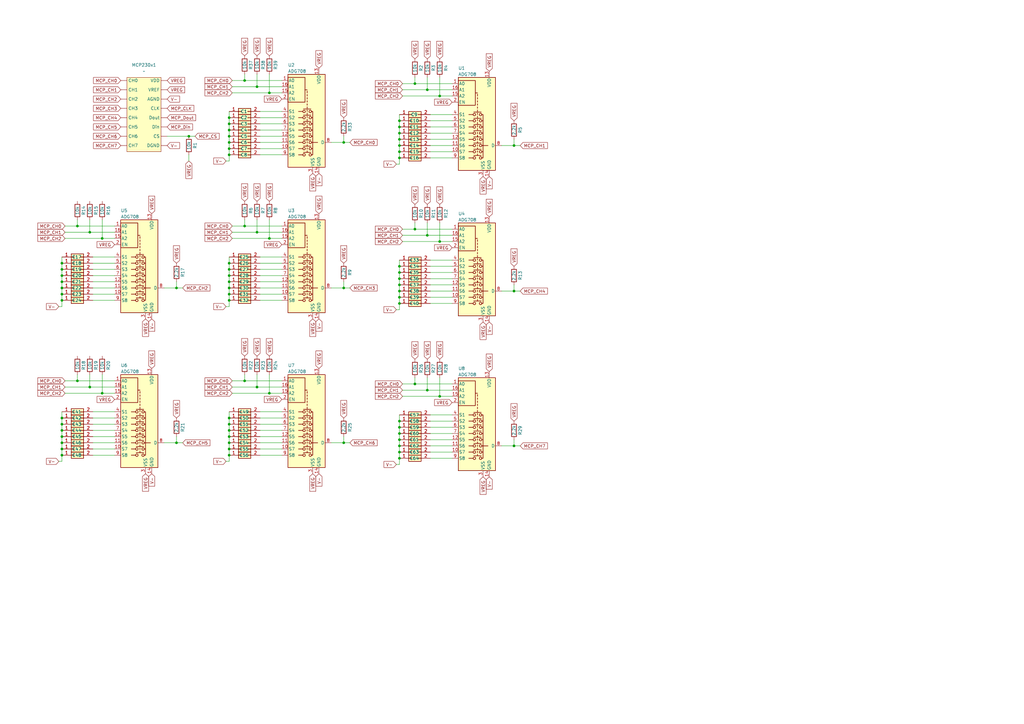
<source format=kicad_sch>
(kicad_sch (version 20250114) (generator "eeschema") (generator_version "9.0")
  (paper "A3")
  (junction (at 72.39 181.61))
  (junction (at 180.34 162.56))
  (junction (at 180.34 39.37))
  (junction (at 163.83 62.23))
  (junction (at 31.75 156.21))
  (junction (at 163.83 180.34))
  (junction (at 25.4 118.11))
  (junction (at 25.4 113.03))
  (junction (at 41.91 97.79))
  (junction (at 93.98 184.15))
  (junction (at 93.98 113.03))
  (junction (at 93.98 53.34))
  (junction (at 25.4 120.65))
  (junction (at 163.83 49.53))
  (junction (at 163.83 59.69))
  (junction (at 163.83 114.3))
  (junction (at 163.83 187.96))
  (junction (at 93.98 123.19))
  (junction (at 93.98 179.07))
  (junction (at 170.18 93.98))
  (junction (at 93.98 58.42))
  (junction (at 31.75 92.71))
  (junction (at 105.41 35.56))
  (junction (at 163.83 172.72))
  (junction (at 163.83 177.8))
  (junction (at 163.83 124.46))
  (junction (at 163.83 52.07))
  (junction (at 105.41 158.75))
  (junction (at 36.83 95.25))
  (junction (at 93.98 60.96))
  (junction (at 170.18 157.48))
  (junction (at 175.26 96.52))
  (junction (at 93.98 50.8))
  (junction (at 180.34 99.06))
  (junction (at 93.98 120.65))
  (junction (at 93.98 173.99))
  (junction (at 25.4 171.45))
  (junction (at 25.4 176.53))
  (junction (at 25.4 179.07))
  (junction (at 163.83 175.26))
  (junction (at 25.4 184.15))
  (junction (at 93.98 110.49))
  (junction (at 163.83 185.42))
  (junction (at 25.4 115.57))
  (junction (at 163.83 121.92))
  (junction (at 163.83 54.61))
  (junction (at 36.83 158.75))
  (junction (at 110.49 161.29))
  (junction (at 163.83 109.22))
  (junction (at 140.97 181.61))
  (junction (at 77.47 55.88))
  (junction (at 93.98 181.61))
  (junction (at 41.91 161.29))
  (junction (at 140.97 118.11))
  (junction (at 175.26 36.83))
  (junction (at 100.33 33.02))
  (junction (at 105.41 95.25))
  (junction (at 25.4 173.99))
  (junction (at 93.98 55.88))
  (junction (at 72.39 118.11))
  (junction (at 110.49 97.79))
  (junction (at 93.98 48.26))
  (junction (at 170.18 34.29))
  (junction (at 210.82 59.69))
  (junction (at 100.33 156.21))
  (junction (at 210.82 119.38))
  (junction (at 163.83 111.76))
  (junction (at 175.26 160.02))
  (junction (at 163.83 57.15))
  (junction (at 163.83 182.88))
  (junction (at 100.33 92.71))
  (junction (at 210.82 182.88))
  (junction (at 25.4 110.49))
  (junction (at 93.98 107.95))
  (junction (at 140.97 58.42))
  (junction (at 93.98 118.11))
  (junction (at 25.4 186.69))
  (junction (at 163.83 119.38))
  (junction (at 93.98 115.57))
  (junction (at 93.98 176.53))
  (junction (at 25.4 181.61))
  (junction (at 93.98 63.5))
  (junction (at 25.4 107.95))
  (junction (at 93.98 186.69))
  (junction (at 25.4 123.19))
  (junction (at 163.83 64.77))
  (junction (at 163.83 116.84))
  (junction (at 93.98 171.45))
  (junction (at 110.49 38.1))
  (wire (pts (xy 185.42 59.69) (xy 176.53 59.69)))
  (wire (pts (xy 93.98 53.34) (xy 93.98 55.88)))
  (wire (pts (xy 106.68 110.49) (xy 115.57 110.49)))
  (wire (pts (xy 95.25 92.71) (xy 100.33 92.71)))
  (wire (pts (xy 176.53 116.84) (xy 185.42 116.84)))
  (wire (pts (xy 176.53 62.23) (xy 185.42 62.23)))
  (wire (pts (xy 25.4 181.61) (xy 25.4 184.15)))
  (wire (pts (xy 46.99 123.19) (xy 38.1 123.19)))
  (wire (pts (xy 72.39 118.11) (xy 67.31 118.11)))
  (wire (pts (xy 163.83 175.26) (xy 163.83 177.8)))
  (wire (pts (xy 175.26 31.75) (xy 175.26 36.83)))
  (wire (pts (xy 163.83 116.84) (xy 163.83 119.38)))
  (wire (pts (xy 176.53 185.42) (xy 185.42 185.42)))
  (wire (pts (xy 170.18 154.94) (xy 170.18 157.48)))
  (wire (pts (xy 41.91 153.67) (xy 41.91 161.29)))
  (wire (pts (xy 165.1 157.48) (xy 170.18 157.48)))
  (wire (pts (xy 106.68 60.96) (xy 115.57 60.96)))
  (wire (pts (xy 210.82 180.34) (xy 210.82 182.88)))
  (wire (pts (xy 93.98 110.49) (xy 93.98 113.03)))
  (wire (pts (xy 175.26 36.83) (xy 185.42 36.83)))
  (wire (pts (xy 31.75 90.17) (xy 31.75 92.71)))
  (wire (pts (xy 46.99 113.03) (xy 38.1 113.03)))
  (wire (pts (xy 165.1 162.56) (xy 180.34 162.56)))
  (wire (pts (xy 115.57 53.34) (xy 106.68 53.34)))
  (wire (pts (xy 41.91 97.79) (xy 46.99 97.79)))
  (wire (pts (xy 105.41 95.25) (xy 115.57 95.25)))
  (wire (pts (xy 36.83 153.67) (xy 36.83 158.75)))
  (wire (pts (xy 163.83 49.53) (xy 163.83 52.07)))
  (wire (pts (xy 77.47 66.04) (xy 77.47 63.5)))
  (wire (pts (xy 93.98 171.45) (xy 93.98 173.99)))
  (wire (pts (xy 93.98 55.88) (xy 93.98 58.42)))
  (wire (pts (xy 185.42 182.88) (xy 176.53 182.88)))
  (wire (pts (xy 170.18 157.48) (xy 185.42 157.48)))
  (wire (pts (xy 185.42 64.77) (xy 176.53 64.77)))
  (wire (pts (xy 106.68 50.8) (xy 115.57 50.8)))
  (wire (pts (xy 163.83 177.8) (xy 163.83 180.34)))
  (wire (pts (xy 180.34 162.56) (xy 185.42 162.56)))
  (wire (pts (xy 26.67 158.75) (xy 36.83 158.75)))
  (wire (pts (xy 46.99 171.45) (xy 38.1 171.45)))
  (wire (pts (xy 170.18 91.44) (xy 170.18 93.98)))
  (wire (pts (xy 93.98 179.07) (xy 93.98 181.61)))
  (wire (pts (xy 106.68 55.88) (xy 115.57 55.88)))
  (wire (pts (xy 115.57 181.61) (xy 106.68 181.61)))
  (wire (pts (xy 25.4 179.07) (xy 25.4 181.61)))
  (wire (pts (xy 210.82 116.84) (xy 210.82 119.38)))
  (wire (pts (xy 185.42 172.72) (xy 176.53 172.72)))
  (wire (pts (xy 93.98 176.53) (xy 93.98 179.07)))
  (wire (pts (xy 46.99 176.53) (xy 38.1 176.53)))
  (wire (pts (xy 165.1 96.52) (xy 175.26 96.52)))
  (wire (pts (xy 110.49 161.29) (xy 115.57 161.29)))
  (wire (pts (xy 170.18 34.29) (xy 185.42 34.29)))
  (wire (pts (xy 41.91 90.17) (xy 41.91 97.79)))
  (wire (pts (xy 95.25 35.56) (xy 105.41 35.56)))
  (wire (pts (xy 26.67 92.71) (xy 31.75 92.71)))
  (wire (pts (xy 25.4 110.49) (xy 25.4 113.03)))
  (wire (pts (xy 93.98 168.91) (xy 93.98 171.45)))
  (wire (pts (xy 31.75 153.67) (xy 31.75 156.21)))
  (wire (pts (xy 176.53 121.92) (xy 185.42 121.92)))
  (wire (pts (xy 143.51 118.11) (xy 140.97 118.11)))
  (wire (pts (xy 93.98 48.26) (xy 93.98 50.8)))
  (wire (pts (xy 93.98 173.99) (xy 93.98 176.53)))
  (wire (pts (xy 163.83 46.99) (xy 163.83 49.53)))
  (wire (pts (xy 106.68 168.91) (xy 115.57 168.91)))
  (wire (pts (xy 95.25 97.79) (xy 110.49 97.79)))
  (wire (pts (xy 162.56 190.5) (xy 163.83 190.5)))
  (wire (pts (xy 175.26 154.94) (xy 175.26 160.02)))
  (wire (pts (xy 24.13 125.73) (xy 25.4 125.73)))
  (wire (pts (xy 38.1 179.07) (xy 46.99 179.07)))
  (wire (pts (xy 165.1 36.83) (xy 175.26 36.83)))
  (wire (pts (xy 38.1 115.57) (xy 46.99 115.57)))
  (wire (pts (xy 163.83 109.22) (xy 163.83 111.76)))
  (wire (pts (xy 185.42 114.3) (xy 176.53 114.3)))
  (wire (pts (xy 31.75 156.21) (xy 46.99 156.21)))
  (wire (pts (xy 105.41 158.75) (xy 115.57 158.75)))
  (wire (pts (xy 68.58 55.88) (xy 77.47 55.88)))
  (wire (pts (xy 46.99 107.95) (xy 38.1 107.95)))
  (wire (pts (xy 93.98 120.65) (xy 93.98 123.19)))
  (wire (pts (xy 105.41 153.67) (xy 105.41 158.75)))
  (wire (pts (xy 210.82 59.69) (xy 205.74 59.69)))
  (wire (pts (xy 36.83 90.17) (xy 36.83 95.25)))
  (wire (pts (xy 165.1 93.98) (xy 170.18 93.98)))
  (wire (pts (xy 72.39 181.61) (xy 67.31 181.61)))
  (wire (pts (xy 170.18 31.75) (xy 170.18 34.29)))
  (wire (pts (xy 163.83 57.15) (xy 163.83 59.69)))
  (wire (pts (xy 95.25 161.29) (xy 110.49 161.29)))
  (wire (pts (xy 176.53 111.76) (xy 185.42 111.76)))
  (wire (pts (xy 176.53 57.15) (xy 185.42 57.15)))
  (wire (pts (xy 185.42 109.22) (xy 176.53 109.22)))
  (wire (pts (xy 25.4 123.19) (xy 25.4 125.73)))
  (wire (pts (xy 46.99 186.69) (xy 38.1 186.69)))
  (wire (pts (xy 213.36 182.88) (xy 210.82 182.88)))
  (wire (pts (xy 176.53 180.34) (xy 185.42 180.34)))
  (wire (pts (xy 185.42 177.8) (xy 176.53 177.8)))
  (wire (pts (xy 175.26 96.52) (xy 185.42 96.52)))
  (wire (pts (xy 163.83 64.77) (xy 163.83 67.31)))
  (wire (pts (xy 110.49 90.17) (xy 110.49 97.79)))
  (wire (pts (xy 115.57 186.69) (xy 106.68 186.69)))
  (wire (pts (xy 180.34 99.06) (xy 185.42 99.06)))
  (wire (pts (xy 93.98 184.15) (xy 93.98 186.69)))
  (wire (pts (xy 46.99 181.61) (xy 38.1 181.61)))
  (wire (pts (xy 176.53 175.26) (xy 185.42 175.26)))
  (wire (pts (xy 175.26 160.02) (xy 185.42 160.02)))
  (wire (pts (xy 115.57 176.53) (xy 106.68 176.53)))
  (wire (pts (xy 115.57 171.45) (xy 106.68 171.45)))
  (wire (pts (xy 72.39 115.57) (xy 72.39 118.11)))
  (wire (pts (xy 93.98 105.41) (xy 93.98 107.95)))
  (wire (pts (xy 165.1 160.02) (xy 175.26 160.02)))
  (wire (pts (xy 38.1 105.41) (xy 46.99 105.41)))
  (wire (pts (xy 185.42 49.53) (xy 176.53 49.53)))
  (wire (pts (xy 110.49 97.79) (xy 115.57 97.79)))
  (wire (pts (xy 185.42 187.96) (xy 176.53 187.96)))
  (wire (pts (xy 95.25 33.02) (xy 100.33 33.02)))
  (wire (pts (xy 110.49 30.48) (xy 110.49 38.1)))
  (wire (pts (xy 26.67 97.79) (xy 41.91 97.79)))
  (wire (pts (xy 115.57 48.26) (xy 106.68 48.26)))
  (wire (pts (xy 93.98 50.8) (xy 93.98 53.34)))
  (wire (pts (xy 106.68 184.15) (xy 115.57 184.15)))
  (wire (pts (xy 176.53 106.68) (xy 185.42 106.68)))
  (wire (pts (xy 180.34 31.75) (xy 180.34 39.37)))
  (wire (pts (xy 185.42 124.46) (xy 176.53 124.46)))
  (wire (pts (xy 105.41 30.48) (xy 105.41 35.56)))
  (wire (pts (xy 95.25 95.25) (xy 105.41 95.25)))
  (wire (pts (xy 170.18 93.98) (xy 185.42 93.98)))
  (wire (pts (xy 180.34 154.94) (xy 180.34 162.56)))
  (wire (pts (xy 163.83 52.07) (xy 163.83 54.61)))
  (wire (pts (xy 115.57 63.5) (xy 106.68 63.5)))
  (wire (pts (xy 180.34 91.44) (xy 180.34 99.06)))
  (wire (pts (xy 25.4 168.91) (xy 25.4 171.45)))
  (wire (pts (xy 106.68 105.41) (xy 115.57 105.41)))
  (wire (pts (xy 163.83 106.68) (xy 163.83 109.22)))
  (wire (pts (xy 106.68 179.07) (xy 115.57 179.07)))
  (wire (pts (xy 213.36 59.69) (xy 210.82 59.69)))
  (wire (pts (xy 31.75 92.71) (xy 46.99 92.71)))
  (wire (pts (xy 163.83 114.3) (xy 163.83 116.84)))
  (wire (pts (xy 140.97 115.57) (xy 140.97 118.11)))
  (wire (pts (xy 93.98 186.69) (xy 93.98 189.23)))
  (wire (pts (xy 93.98 115.57) (xy 93.98 118.11)))
  (wire (pts (xy 140.97 181.61) (xy 135.89 181.61)))
  (wire (pts (xy 162.56 127) (xy 163.83 127)))
  (wire (pts (xy 25.4 186.69) (xy 25.4 189.23)))
  (wire (pts (xy 163.83 121.92) (xy 163.83 124.46)))
  (wire (pts (xy 93.98 181.61) (xy 93.98 184.15)))
  (wire (pts (xy 115.57 58.42) (xy 106.68 58.42)))
  (wire (pts (xy 95.25 158.75) (xy 105.41 158.75)))
  (wire (pts (xy 25.4 176.53) (xy 25.4 179.07)))
  (wire (pts (xy 93.98 60.96) (xy 93.98 63.5)))
  (wire (pts (xy 36.83 158.75) (xy 46.99 158.75)))
  (wire (pts (xy 163.83 187.96) (xy 163.83 190.5)))
  (wire (pts (xy 163.83 180.34) (xy 163.83 182.88)))
  (wire (pts (xy 93.98 113.03) (xy 93.98 115.57)))
  (wire (pts (xy 95.25 156.21) (xy 100.33 156.21)))
  (wire (pts (xy 140.97 118.11) (xy 135.89 118.11)))
  (wire (pts (xy 26.67 156.21) (xy 31.75 156.21)))
  (wire (pts (xy 95.25 38.1) (xy 110.49 38.1)))
  (wire (pts (xy 163.83 111.76) (xy 163.83 114.3)))
  (wire (pts (xy 185.42 54.61) (xy 176.53 54.61)))
  (wire (pts (xy 93.98 123.19) (xy 93.98 125.73)))
  (wire (pts (xy 100.33 33.02) (xy 115.57 33.02)))
  (wire (pts (xy 175.26 91.44) (xy 175.26 96.52)))
  (wire (pts (xy 25.4 184.15) (xy 25.4 186.69)))
  (wire (pts (xy 25.4 173.99) (xy 25.4 176.53)))
  (wire (pts (xy 210.82 182.88) (xy 205.74 182.88)))
  (wire (pts (xy 92.71 189.23) (xy 93.98 189.23)))
  (wire (pts (xy 25.4 120.65) (xy 25.4 123.19)))
  (wire (pts (xy 36.83 95.25) (xy 46.99 95.25)))
  (wire (pts (xy 185.42 119.38) (xy 176.53 119.38)))
  (wire (pts (xy 163.83 124.46) (xy 163.83 127)))
  (wire (pts (xy 213.36 119.38) (xy 210.82 119.38)))
  (wire (pts (xy 74.93 181.61) (xy 72.39 181.61)))
  (wire (pts (xy 115.57 118.11) (xy 106.68 118.11)))
  (wire (pts (xy 72.39 179.07) (xy 72.39 181.61)))
  (wire (pts (xy 100.33 90.17) (xy 100.33 92.71)))
  (wire (pts (xy 140.97 55.88) (xy 140.97 58.42)))
  (wire (pts (xy 210.82 119.38) (xy 205.74 119.38)))
  (wire (pts (xy 25.4 113.03) (xy 25.4 115.57)))
  (wire (pts (xy 92.71 66.04) (xy 93.98 66.04)))
  (wire (pts (xy 165.1 34.29) (xy 170.18 34.29)))
  (wire (pts (xy 165.1 39.37) (xy 180.34 39.37)))
  (wire (pts (xy 38.1 120.65) (xy 46.99 120.65)))
  (wire (pts (xy 163.83 119.38) (xy 163.83 121.92)))
  (wire (pts (xy 38.1 110.49) (xy 46.99 110.49)))
  (wire (pts (xy 38.1 168.91) (xy 46.99 168.91)))
  (wire (pts (xy 100.33 30.48) (xy 100.33 33.02)))
  (wire (pts (xy 163.83 185.42) (xy 163.83 187.96)))
  (wire (pts (xy 106.68 115.57) (xy 115.57 115.57)))
  (wire (pts (xy 26.67 161.29) (xy 41.91 161.29)))
  (wire (pts (xy 163.83 182.88) (xy 163.83 185.42)))
  (wire (pts (xy 115.57 123.19) (xy 106.68 123.19)))
  (wire (pts (xy 74.93 118.11) (xy 72.39 118.11)))
  (wire (pts (xy 110.49 38.1) (xy 115.57 38.1)))
  (wire (pts (xy 25.4 115.57) (xy 25.4 118.11)))
  (wire (pts (xy 25.4 105.41) (xy 25.4 107.95)))
  (wire (pts (xy 165.1 99.06) (xy 180.34 99.06)))
  (wire (pts (xy 100.33 153.67) (xy 100.33 156.21)))
  (wire (pts (xy 93.98 45.72) (xy 93.98 48.26)))
  (wire (pts (xy 115.57 113.03) (xy 106.68 113.03)))
  (wire (pts (xy 38.1 184.15) (xy 46.99 184.15)))
  (wire (pts (xy 26.67 95.25) (xy 36.83 95.25)))
  (wire (pts (xy 210.82 57.15) (xy 210.82 59.69)))
  (wire (pts (xy 176.53 46.99) (xy 185.42 46.99)))
  (wire (pts (xy 180.34 39.37) (xy 185.42 39.37)))
  (wire (pts (xy 25.4 107.95) (xy 25.4 110.49)))
  (wire (pts (xy 163.83 54.61) (xy 163.83 57.15)))
  (wire (pts (xy 46.99 118.11) (xy 38.1 118.11)))
  (wire (pts (xy 110.49 153.67) (xy 110.49 161.29)))
  (wire (pts (xy 100.33 156.21) (xy 115.57 156.21)))
  (wire (pts (xy 143.51 58.42) (xy 140.97 58.42)))
  (wire (pts (xy 24.13 189.23) (xy 25.4 189.23)))
  (wire (pts (xy 100.33 92.71) (xy 115.57 92.71)))
  (wire (pts (xy 140.97 179.07) (xy 140.97 181.61)))
  (wire (pts (xy 163.83 172.72) (xy 163.83 175.26)))
  (wire (pts (xy 105.41 35.56) (xy 115.57 35.56)))
  (wire (pts (xy 92.71 125.73) (xy 93.98 125.73)))
  (wire (pts (xy 93.98 63.5) (xy 93.98 66.04)))
  (wire (pts (xy 25.4 118.11) (xy 25.4 120.65)))
  (wire (pts (xy 93.98 58.42) (xy 93.98 60.96)))
  (wire (pts (xy 105.41 90.17) (xy 105.41 95.25)))
  (wire (pts (xy 106.68 120.65) (xy 115.57 120.65)))
  (wire (pts (xy 25.4 171.45) (xy 25.4 173.99)))
  (wire (pts (xy 140.97 58.42) (xy 135.89 58.42)))
  (wire (pts (xy 41.91 161.29) (xy 46.99 161.29)))
  (wire (pts (xy 163.83 62.23) (xy 163.83 64.77)))
  (wire (pts (xy 106.68 173.99) (xy 115.57 173.99)))
  (wire (pts (xy 163.83 59.69) (xy 163.83 62.23)))
  (wire (pts (xy 77.47 55.88) (xy 80.01 55.88)))
  (wire (pts (xy 106.68 45.72) (xy 115.57 45.72)))
  (wire (pts (xy 163.83 170.18) (xy 163.83 172.72)))
  (wire (pts (xy 162.56 67.31) (xy 163.83 67.31)))
  (wire (pts (xy 143.51 181.61) (xy 140.97 181.61)))
  (wire (pts (xy 176.53 52.07) (xy 185.42 52.07)))
  (wire (pts (xy 176.53 170.18) (xy 185.42 170.18)))
  (wire (pts (xy 93.98 107.95) (xy 93.98 110.49)))
  (wire (pts (xy 38.1 173.99) (xy 46.99 173.99)))
  (wire (pts (xy 93.98 118.11) (xy 93.98 120.65)))
  (wire (pts (xy 115.57 107.95) (xy 106.68 107.95)))
  (global_label "VREG" (shape input) (at 170.18 83.82 90) (property "Intersheetrefs" "${INTERSHEET_REFS}" (effects (hide yes))))
  (global_label "VREG" (shape input) (at 72.39 171.45 90) (property "Intersheetrefs" "${INTERSHEET_REFS}" (effects (hide yes))))
  (global_label "VREG" (shape input) (at 210.82 49.53 90) (property "Intersheetrefs" "${INTERSHEET_REFS}" (effects (hide yes))))
  (global_label "VREG" (shape input) (at 170.18 24.13 90) (property "Intersheetrefs" "${INTERSHEET_REFS}" (effects (hide yes))))
  (global_label "V-" (shape input) (at 162.56 127 180) (property "Intersheetrefs" "${INTERSHEET_REFS}" (effects (hide yes))))
  (global_label "VREG" (shape input) (at 105.41 146.05 90) (property "Intersheetrefs" "${INTERSHEET_REFS}" (effects (hide yes))))
  (global_label "MCP_CH1" (shape input) (at 95.25 35.56 180) (property "Intersheetrefs" "${INTERSHEET_REFS}" (effects (hide yes))))
  (global_label "VREG" (shape input) (at 140.97 171.45 90) (property "Intersheetrefs" "${INTERSHEET_REFS}" (effects (hide yes))))
  (global_label "VREG" (shape input) (at 180.34 147.32 90) (property "Intersheetrefs" "${INTERSHEET_REFS}" (effects (hide yes))))
  (global_label "VREG" (shape input) (at 110.49 146.05 90) (property "Intersheetrefs" "${INTERSHEET_REFS}" (effects (hide yes))))
  (global_label "VREG" (shape input) (at 198.12 195.58 270) (property "Intersheetrefs" "${INTERSHEET_REFS}" (effects (hide yes))))
  (global_label "VREG" (shape input) (at 46.99 163.83 180) (property "Intersheetrefs" "${INTERSHEET_REFS}" (effects (hide yes))))
  (global_label "VREG" (shape input) (at 210.82 109.22 90) (property "Intersheetrefs" "${INTERSHEET_REFS}" (effects (hide yes))))
  (global_label "V-" (shape input) (at 62.23 130.81 270) (property "Intersheetrefs" "${INTERSHEET_REFS}" (effects (hide yes))))
  (global_label "MCP_CH2" (shape input) (at 74.93 118.11 0) (property "Intersheetrefs" "${INTERSHEET_REFS}" (effects (hide yes))))
  (global_label "VREG" (shape input) (at 210.82 172.72 90) (property "Intersheetrefs" "${INTERSHEET_REFS}" (effects (hide yes))))
  (global_label "VREG" (shape input) (at 115.57 40.64 180) (property "Intersheetrefs" "${INTERSHEET_REFS}" (effects (hide yes))))
  (global_label "VREG" (shape input) (at 115.57 163.83 180) (property "Intersheetrefs" "${INTERSHEET_REFS}" (effects (hide yes))))
  (global_label "VREG" (shape input) (at 170.18 147.32 90) (property "Intersheetrefs" "${INTERSHEET_REFS}" (effects (hide yes))))
  (global_label "VREG" (shape input) (at 175.26 147.32 90) (property "Intersheetrefs" "${INTERSHEET_REFS}" (effects (hide yes))))
  (global_label "MCP_CH4" (shape input) (at 213.36 119.38 0) (property "Intersheetrefs" "${INTERSHEET_REFS}" (effects (hide yes))))
  (global_label "MCP_CH1" (shape input) (at 49.53 36.83 180) (property "Intersheetrefs" "${INTERSHEET_REFS}" (effects (hide yes))))
  (global_label "VREG" (shape input) (at 175.26 83.82 90) (property "Intersheetrefs" "${INTERSHEET_REFS}" (effects (hide yes))))
  (global_label "VREG" (shape input) (at 175.26 24.13 90) (property "Intersheetrefs" "${INTERSHEET_REFS}" (effects (hide yes))))
  (global_label "VREG" (shape input) (at 46.99 100.33 180) (property "Intersheetrefs" "${INTERSHEET_REFS}" (effects (hide yes))))
  (global_label "VREG" (shape input) (at 115.57 100.33 180) (property "Intersheetrefs" "${INTERSHEET_REFS}" (effects (hide yes))))
  (global_label "MCP_CH2" (shape input) (at 26.67 97.79 180) (property "Intersheetrefs" "${INTERSHEET_REFS}" (effects (hide yes))))
  (global_label "MCP_CH5" (shape input) (at 49.53 52.07 180) (property "Intersheetrefs" "${INTERSHEET_REFS}" (effects (hide yes))))
  (global_label "MCP_CH0" (shape input) (at 143.51 58.42 0) (property "Intersheetrefs" "${INTERSHEET_REFS}" (effects (hide yes))))
  (global_label "VREG" (shape input) (at 130.81 151.13 90) (property "Intersheetrefs" "${INTERSHEET_REFS}" (effects (hide yes))))
  (global_label "MCP_CH0" (shape input) (at 95.25 156.21 180) (property "Intersheetrefs" "${INTERSHEET_REFS}" (effects (hide yes))))
  (global_label "V-" (shape input) (at 62.23 194.31 270) (property "Intersheetrefs" "${INTERSHEET_REFS}" (effects (hide yes))))
  (global_label "MCP_CH0" (shape input) (at 26.67 156.21 180) (property "Intersheetrefs" "${INTERSHEET_REFS}" (effects (hide yes))))
  (global_label "V-" (shape input) (at 200.66 72.39 270) (property "Intersheetrefs" "${INTERSHEET_REFS}" (effects (hide yes))))
  (global_label "V-" (shape input) (at 130.81 194.31 270) (property "Intersheetrefs" "${INTERSHEET_REFS}" (effects (hide yes))))
  (global_label "VREG" (shape input) (at 59.69 130.81 270) (property "Intersheetrefs" "${INTERSHEET_REFS}" (effects (hide yes))))
  (global_label "VREG" (shape input) (at 185.42 165.1 180) (property "Intersheetrefs" "${INTERSHEET_REFS}" (effects (hide yes))))
  (global_label "VREG" (shape input) (at 68.58 36.83 0) (property "Intersheetrefs" "${INTERSHEET_REFS}" (effects (hide yes))))
  (global_label "MCP_CH2" (shape input) (at 95.25 97.79 180) (property "Intersheetrefs" "${INTERSHEET_REFS}" (effects (hide yes))))
  (global_label "MCP_CH0" (shape input) (at 26.67 92.71 180) (property "Intersheetrefs" "${INTERSHEET_REFS}" (effects (hide yes))))
  (global_label "MCP_CH2" (shape input) (at 26.67 161.29 180) (property "Intersheetrefs" "${INTERSHEET_REFS}" (effects (hide yes))))
  (global_label "MCP_CH7" (shape input) (at 213.36 182.88 0) (property "Intersheetrefs" "${INTERSHEET_REFS}" (effects (hide yes))))
  (global_label "VREG" (shape input) (at 105.41 22.86 90) (property "Intersheetrefs" "${INTERSHEET_REFS}" (effects (hide yes))))
  (global_label "VREG" (shape input) (at 100.33 82.55 90) (property "Intersheetrefs" "${INTERSHEET_REFS}" (effects (hide yes))))
  (global_label "MCP_Din" (shape input) (at 68.58 52.07 0) (property "Intersheetrefs" "${INTERSHEET_REFS}" (effects (hide yes))))
  (global_label "MCP_CH2" (shape input) (at 95.25 38.1 180) (property "Intersheetrefs" "${INTERSHEET_REFS}" (effects (hide yes))))
  (global_label "V-" (shape input) (at 92.71 189.23 180) (property "Intersheetrefs" "${INTERSHEET_REFS}" (effects (hide yes))))
  (global_label "MCP_CH1" (shape input) (at 213.36 59.69 0) (property "Intersheetrefs" "${INTERSHEET_REFS}" (effects (hide yes))))
  (global_label "MCP_CH2" (shape input) (at 49.53 40.64 180) (property "Intersheetrefs" "${INTERSHEET_REFS}" (effects (hide yes))))
  (global_label "MCP_CH2" (shape input) (at 95.25 161.29 180) (property "Intersheetrefs" "${INTERSHEET_REFS}" (effects (hide yes))))
  (global_label "VREG" (shape input) (at 200.66 152.4 90) (property "Intersheetrefs" "${INTERSHEET_REFS}" (effects (hide yes))))
  (global_label "VREG" (shape input) (at 128.27 130.81 270) (property "Intersheetrefs" "${INTERSHEET_REFS}" (effects (hide yes))))
  (global_label "VREG" (shape input) (at 200.66 88.9 90) (property "Intersheetrefs" "${INTERSHEET_REFS}" (effects (hide yes))))
  (global_label "VREG" (shape input) (at 130.81 87.63 90) (property "Intersheetrefs" "${INTERSHEET_REFS}" (effects (hide yes))))
  (global_label "VREG" (shape input) (at 140.97 48.26 90) (property "Intersheetrefs" "${INTERSHEET_REFS}" (effects (hide yes))))
  (global_label "MCP_CH7" (shape input) (at 49.53 59.69 180) (property "Intersheetrefs" "${INTERSHEET_REFS}" (effects (hide yes))))
  (global_label "MCP_CH0" (shape input) (at 165.1 93.98 180) (property "Intersheetrefs" "${INTERSHEET_REFS}" (effects (hide yes))))
  (global_label "V-" (shape input) (at 24.13 189.23 180) (property "Intersheetrefs" "${INTERSHEET_REFS}" (effects (hide yes))))
  (global_label "VREG" (shape input) (at 130.81 27.94 90) (property "Intersheetrefs" "${INTERSHEET_REFS}" (effects (hide yes))))
  (global_label "V-" (shape input) (at 130.81 71.12 270) (property "Intersheetrefs" "${INTERSHEET_REFS}" (effects (hide yes))))
  (global_label "V-" (shape input) (at 92.71 125.73 180) (property "Intersheetrefs" "${INTERSHEET_REFS}" (effects (hide yes))))
  (global_label "MCP_CH0" (shape input) (at 165.1 157.48 180) (property "Intersheetrefs" "${INTERSHEET_REFS}" (effects (hide yes))))
  (global_label "MCP_CH0" (shape input) (at 49.53 33.02 180) (property "Intersheetrefs" "${INTERSHEET_REFS}" (effects (hide yes))))
  (global_label "VREG" (shape input) (at 62.23 151.13 90) (property "Intersheetrefs" "${INTERSHEET_REFS}" (effects (hide yes))))
  (global_label "V-" (shape input) (at 200.66 132.08 270) (property "Intersheetrefs" "${INTERSHEET_REFS}" (effects (hide yes))))
  (global_label "VREG" (shape input) (at 140.97 107.95 90) (property "Intersheetrefs" "${INTERSHEET_REFS}" (effects (hide yes))))
  (global_label "VREG" (shape input) (at 59.69 194.31 270) (property "Intersheetrefs" "${INTERSHEET_REFS}" (effects (hide yes))))
  (global_label "MCP_CH5" (shape input) (at 74.93 181.61 0) (property "Intersheetrefs" "${INTERSHEET_REFS}" (effects (hide yes))))
  (global_label "VREG" (shape input) (at 77.47 66.04 270) (property "Intersheetrefs" "${INTERSHEET_REFS}" (effects (hide yes))))
  (global_label "MCP_CH4" (shape input) (at 49.53 48.26 180) (property "Intersheetrefs" "${INTERSHEET_REFS}" (effects (hide yes))))
  (global_label "VREG" (shape input) (at 62.23 87.63 90) (property "Intersheetrefs" "${INTERSHEET_REFS}" (effects (hide yes))))
  (global_label "VREG" (shape input) (at 110.49 82.55 90) (property "Intersheetrefs" "${INTERSHEET_REFS}" (effects (hide yes))))
  (global_label "MCP_CH1" (shape input) (at 26.67 95.25 180) (property "Intersheetrefs" "${INTERSHEET_REFS}" (effects (hide yes))))
  (global_label "VREG" (shape input) (at 105.41 82.55 90) (property "Intersheetrefs" "${INTERSHEET_REFS}" (effects (hide yes))))
  (global_label "MCP_CH1" (shape input) (at 95.25 95.25 180) (property "Intersheetrefs" "${INTERSHEET_REFS}" (effects (hide yes))))
  (global_label "MCP_CH6" (shape input) (at 49.53 55.88 180) (property "Intersheetrefs" "${INTERSHEET_REFS}" (effects (hide yes))))
  (global_label "V-" (shape input) (at 68.58 59.69 0) (property "Intersheetrefs" "${INTERSHEET_REFS}" (effects (hide yes))))
  (global_label "VREG" (shape input) (at 110.49 22.86 90) (property "Intersheetrefs" "${INTERSHEET_REFS}" (effects (hide yes))))
  (global_label "MCP_CH3" (shape input) (at 49.53 44.45 180) (property "Intersheetrefs" "${INTERSHEET_REFS}" (effects (hide yes))))
  (global_label "V-" (shape input) (at 162.56 67.31 180) (property "Intersheetrefs" "${INTERSHEET_REFS}" (effects (hide yes))))
  (global_label "VREG" (shape input) (at 68.58 33.02 0) (property "Intersheetrefs" "${INTERSHEET_REFS}" (effects (hide yes))))
  (global_label "MCP_CS" (shape input) (at 80.01 55.88 0) (property "Intersheetrefs" "${INTERSHEET_REFS}" (effects (hide yes))))
  (global_label "VREG" (shape input) (at 180.34 24.13 90) (property "Intersheetrefs" "${INTERSHEET_REFS}" (effects (hide yes))))
  (global_label "VREG" (shape input) (at 100.33 22.86 90) (property "Intersheetrefs" "${INTERSHEET_REFS}" (effects (hide yes))))
  (global_label "MCP_CH2" (shape input) (at 165.1 99.06 180) (property "Intersheetrefs" "${INTERSHEET_REFS}" (effects (hide yes))))
  (global_label "V-" (shape input) (at 200.66 195.58 270) (property "Intersheetrefs" "${INTERSHEET_REFS}" (effects (hide yes))))
  (global_label "MCP_CH2" (shape input) (at 165.1 39.37 180) (property "Intersheetrefs" "${INTERSHEET_REFS}" (effects (hide yes))))
  (global_label "MCP_CH0" (shape input) (at 165.1 34.29 180) (property "Intersheetrefs" "${INTERSHEET_REFS}" (effects (hide yes))))
  (global_label "V-" (shape input) (at 162.56 190.5 180) (property "Intersheetrefs" "${INTERSHEET_REFS}" (effects (hide yes))))
  (global_label "MCP_CH1" (shape input) (at 95.25 158.75 180) (property "Intersheetrefs" "${INTERSHEET_REFS}" (effects (hide yes))))
  (global_label "MCP_CH1" (shape input) (at 165.1 160.02 180) (property "Intersheetrefs" "${INTERSHEET_REFS}" (effects (hide yes))))
  (global_label "MCP_CH0" (shape input) (at 95.25 33.02 180) (property "Intersheetrefs" "${INTERSHEET_REFS}" (effects (hide yes))))
  (global_label "V-" (shape input) (at 68.58 40.64 0) (property "Intersheetrefs" "${INTERSHEET_REFS}" (effects (hide yes))))
  (global_label "MCP_CLK" (shape input) (at 68.58 44.45 0) (property "Intersheetrefs" "${INTERSHEET_REFS}" (effects (hide yes))))
  (global_label "VREG" (shape input) (at 100.33 146.05 90) (property "Intersheetrefs" "${INTERSHEET_REFS}" (effects (hide yes))))
  (global_label "MCP_CH6" (shape input) (at 143.51 181.61 0) (property "Intersheetrefs" "${INTERSHEET_REFS}" (effects (hide yes))))
  (global_label "V-" (shape input) (at 24.13 125.73 180) (property "Intersheetrefs" "${INTERSHEET_REFS}" (effects (hide yes))))
  (global_label "VREG" (shape input) (at 200.66 29.21 90) (property "Intersheetrefs" "${INTERSHEET_REFS}" (effects (hide yes))))
  (global_label "VREG" (shape input) (at 128.27 71.12 270) (property "Intersheetrefs" "${INTERSHEET_REFS}" (effects (hide yes))))
  (global_label "MCP_CH1" (shape input) (at 26.67 158.75 180) (property "Intersheetrefs" "${INTERSHEET_REFS}" (effects (hide yes))))
  (global_label "VREG" (shape input) (at 185.42 101.6 180) (property "Intersheetrefs" "${INTERSHEET_REFS}" (effects (hide yes))))
  (global_label "MCP_CH1" (shape input) (at 165.1 96.52 180) (property "Intersheetrefs" "${INTERSHEET_REFS}" (effects (hide yes))))
  (global_label "VREG" (shape input) (at 198.12 132.08 270) (property "Intersheetrefs" "${INTERSHEET_REFS}" (effects (hide yes))))
  (global_label "MCP_CH1" (shape input) (at 165.1 36.83 180) (property "Intersheetrefs" "${INTERSHEET_REFS}" (effects (hide yes))))
  (global_label "MCP_CH0" (shape input) (at 95.25 92.71 180) (property "Intersheetrefs" "${INTERSHEET_REFS}" (effects (hide yes))))
  (global_label "VREG" (shape input) (at 198.12 72.39 270) (property "Intersheetrefs" "${INTERSHEET_REFS}" (effects (hide yes))))
  (global_label "V-" (shape input) (at 92.71 66.04 180) (property "Intersheetrefs" "${INTERSHEET_REFS}" (effects (hide yes))))
  (global_label "VREG" (shape input) (at 72.39 107.95 90) (property "Intersheetrefs" "${INTERSHEET_REFS}" (effects (hide yes))))
  (global_label "VREG" (shape input) (at 185.42 41.91 180) (property "Intersheetrefs" "${INTERSHEET_REFS}" (effects (hide yes))))
  (global_label "VREG" (shape input) (at 180.34 83.82 90) (property "Intersheetrefs" "${INTERSHEET_REFS}" (effects (hide yes))))
  (global_label "MCP_CH2" (shape input) (at 165.1 162.56 180) (property "Intersheetrefs" "${INTERSHEET_REFS}" (effects (hide yes))))
  (global_label "V-" (shape input) (at 130.81 130.81 270) (property "Intersheetrefs" "${INTERSHEET_REFS}" (effects (hide yes))))
  (global_label "VREG" (shape input) (at 128.27 194.31 270) (property "Intersheetrefs" "${INTERSHEET_REFS}" (effects (hide yes))))
  (global_label "MCP_Dout" (shape input) (at 68.58 48.26 0) (property "Intersheetrefs" "${INTERSHEET_REFS}" (effects (hide yes))))
  (global_label "MCP_CH3" (shape input) (at 143.51 118.11 0) (property "Intersheetrefs" "${INTERSHEET_REFS}" (effects (hide yes))))
  (symbol (lib_id "FSSymbols:ADG708") (at 125.73 48.26 0) (unit 1)
    (property "Reference" "U2" (at 118.11 26.67 0) (effects (justify left)))
    (property "Value" "ADG708" (at 118.11 29.21 0) (effects (justify left)))
    (property "Footprint" "Package_SO:TSSOP-16_4.4x5mm_P0.65mm" (effects (hide yes)))
    (property "Datasheet" "https://www.analog.com/media/en/technical-documentation/data-sheets/ADG708_709.pdf" (effects (hide yes)))
  )
  (symbol (lib_id "Device:R") (at 140.97 52.07 180) (unit 1)
    (property "Reference" "R33" (at 143.51 52.07 90))
    (property "Value" "2.2k" (at 140.97 52.07 90))
    (property "Footprint" "Resistor_SMD:R_0805_2012Metric_Pad1.20x1.40mm_HandSolder" (effects (hide yes)))
  )
  (symbol (lib_id "Device:R") (at 100.33 26.67 180) (unit 1)
    (property "Reference" "R37" (at 102.87 26.67 90))
    (property "Value" "10k" (at 100.33 26.67 90))
    (property "Footprint" "Resistor_SMD:R_0805_2012Metric_Pad1.20x1.40mm_HandSolder" (effects (hide yes)))
  )
  (symbol (lib_id "Device:R") (at 105.41 26.67 180) (unit 1)
    (property "Reference" "R38" (at 107.95 26.67 90))
    (property "Value" "10k" (at 105.41 26.67 90))
    (property "Footprint" "Resistor_SMD:R_0805_2012Metric_Pad1.20x1.40mm_HandSolder" (effects (hide yes)))
  )
  (symbol (lib_id "Device:R") (at 110.49 26.67 180) (unit 1)
    (property "Reference" "R39" (at 113.03 26.67 90))
    (property "Value" "10k" (at 110.49 26.67 90))
    (property "Footprint" "Resistor_SMD:R_0805_2012Metric_Pad1.20x1.40mm_HandSolder" (effects (hide yes)))
  )
  (symbol (lib_id "FSSymbols:ADG708") (at 195.58 49.53 0) (unit 1)
    (property "Reference" "U1" (at 187.96 27.94 0) (effects (justify left)))
    (property "Value" "ADG708" (at 187.96 30.48 0) (effects (justify left)))
    (property "Footprint" "Package_SO:TSSOP-16_4.4x5mm_P0.65mm" (effects (hide yes)))
    (property "Datasheet" "https://www.analog.com/media/en/technical-documentation/data-sheets/ADG708_709.pdf" (effects (hide yes)))
  )
  (symbol (lib_id "Connector_Generic:Conn_02x01") (at 30.48 123.19 0) (unit 1)
    (property "Reference" "C24" (at 31.496 123.19 0))
    (property "Value" "S2B-XH-A" (effects (hide yes)))
    (property "Footprint" "Connector_JST:JST_XH_S2B-XH-A_1x02_P2.50mm_Horizontal" (effects (hide yes)))
    (property "Description" "Generic connector, double row, 02x01, this symbol is compatible with counter-clockwise, top-bottom and odd-even numbering schemes., script generated (kicad-library-utils/schlib/autogen/connector/)" (effects (hide yes)))
  )
  (symbol (lib_id "Connector_Generic:Conn_02x01") (at 30.48 105.41 0) (unit 1)
    (property "Reference" "C17" (at 31.496 105.41 0))
    (property "Value" "S2B-XH-A" (effects (hide yes)))
    (property "Footprint" "Connector_JST:JST_XH_S2B-XH-A_1x02_P2.50mm_Horizontal" (effects (hide yes)))
    (property "Description" "Generic connector, double row, 02x01, this symbol is compatible with counter-clockwise, top-bottom and odd-even numbering schemes., script generated (kicad-library-utils/schlib/autogen/connector/)" (effects (hide yes)))
  )
  (symbol (lib_id "Connector_Generic:Conn_02x01") (at 168.91 119.38 0) (unit 1)
    (property "Reference" "C38" (at 169.926 119.38 0))
    (property "Value" "S2B-XH-A" (effects (hide yes)))
    (property "Footprint" "Connector_JST:JST_XH_S2B-XH-A_1x02_P2.50mm_Horizontal" (effects (hide yes)))
    (property "Description" "Generic connector, double row, 02x01, this symbol is compatible with counter-clockwise, top-bottom and odd-even numbering schemes., script generated (kicad-library-utils/schlib/autogen/connector/)" (effects (hide yes)))
  )
  (symbol (lib_id "Connector_Generic:Conn_02x01") (at 99.06 123.19 0) (unit 1)
    (property "Reference" "C32" (at 100.076 123.19 0))
    (property "Value" "S2B-XH-A" (effects (hide yes)))
    (property "Footprint" "Connector_JST:JST_XH_S2B-XH-A_1x02_P2.50mm_Horizontal" (effects (hide yes)))
    (property "Description" "Generic connector, double row, 02x01, this symbol is compatible with counter-clockwise, top-bottom and odd-even numbering schemes., script generated (kicad-library-utils/schlib/autogen/connector/)" (effects (hide yes)))
  )
  (symbol (lib_id "Device:R") (at 100.33 149.86 180) (unit 1)
    (property "Reference" "R22" (at 102.87 149.86 90))
    (property "Value" "10k" (at 100.33 149.86 90))
    (property "Footprint" "Resistor_SMD:R_0805_2012Metric_Pad1.20x1.40mm_HandSolder" (effects (hide yes)))
  )
  (symbol (lib_id "FSSymbols:ADG708") (at 125.73 107.95 0) (unit 1)
    (property "Reference" "U3" (at 118.11 86.36 0) (effects (justify left)))
    (property "Value" "ADG708" (at 118.11 88.9 0) (effects (justify left)))
    (property "Footprint" "Package_SO:TSSOP-16_4.4x5mm_P0.65mm" (effects (hide yes)))
    (property "Datasheet" "https://www.analog.com/media/en/technical-documentation/data-sheets/ADG708_709.pdf" (effects (hide yes)))
  )
  (symbol (lib_id "Device:R") (at 210.82 176.53 180) (unit 1)
    (property "Reference" "R29" (at 213.36 176.53 90))
    (property "Value" "2.2k" (at 210.82 176.53 90))
    (property "Footprint" "Resistor_SMD:R_0805_2012Metric_Pad1.20x1.40mm_HandSolder" (effects (hide yes)))
  )
  (symbol (lib_id "Connector_Generic:Conn_02x01") (at 168.91 114.3 0) (unit 1)
    (property "Reference" "C36" (at 169.926 114.3 0))
    (property "Value" "S2B-XH-A" (effects (hide yes)))
    (property "Footprint" "Connector_JST:JST_XH_S2B-XH-A_1x02_P2.50mm_Horizontal" (effects (hide yes)))
    (property "Description" "Generic connector, double row, 02x01, this symbol is compatible with counter-clockwise, top-bottom and odd-even numbering schemes., script generated (kicad-library-utils/schlib/autogen/connector/)" (effects (hide yes)))
  )
  (symbol (lib_id "Device:R") (at 175.26 151.13 180) (unit 1)
    (property "Reference" "R27" (at 177.8 151.13 90))
    (property "Value" "10k" (at 175.26 151.13 90))
    (property "Footprint" "Resistor_SMD:R_0805_2012Metric_Pad1.20x1.40mm_HandSolder" (effects (hide yes)))
  )
  (symbol (lib_id "Device:R") (at 100.33 86.36 180) (unit 1)
    (property "Reference" "R6" (at 102.87 86.36 90))
    (property "Value" "10k" (at 100.33 86.36 90))
    (property "Footprint" "Resistor_SMD:R_0805_2012Metric_Pad1.20x1.40mm_HandSolder" (effects (hide yes)))
  )
  (symbol (lib_id "Connector_Generic:Conn_02x01") (at 99.06 181.61 0) (unit 1)
    (property "Reference" "C54" (at 100.076 181.61 0))
    (property "Value" "S2B-XH-A" (effects (hide yes)))
    (property "Footprint" "Connector_JST:JST_XH_S2B-XH-A_1x02_P2.50mm_Horizontal" (effects (hide yes)))
    (property "Description" "Generic connector, double row, 02x01, this symbol is compatible with counter-clockwise, top-bottom and odd-even numbering schemes., script generated (kicad-library-utils/schlib/autogen/connector/)" (effects (hide yes)))
  )
  (symbol (lib_id "Connector_Generic:Conn_02x01") (at 168.91 111.76 0) (unit 1)
    (property "Reference" "C35" (at 169.926 111.76 0))
    (property "Value" "S2B-XH-A" (effects (hide yes)))
    (property "Footprint" "Connector_JST:JST_XH_S2B-XH-A_1x02_P2.50mm_Horizontal" (effects (hide yes)))
    (property "Description" "Generic connector, double row, 02x01, this symbol is compatible with counter-clockwise, top-bottom and odd-even numbering schemes., script generated (kicad-library-utils/schlib/autogen/connector/)" (effects (hide yes)))
  )
  (symbol (lib_id "Connector_Generic:Conn_02x01") (at 30.48 176.53 0) (unit 1)
    (property "Reference" "C44" (at 31.496 176.53 0))
    (property "Value" "S2B-XH-A" (effects (hide yes)))
    (property "Footprint" "Connector_JST:JST_XH_S2B-XH-A_1x02_P2.50mm_Horizontal" (effects (hide yes)))
    (property "Description" "Generic connector, double row, 02x01, this symbol is compatible with counter-clockwise, top-bottom and odd-even numbering schemes., script generated (kicad-library-utils/schlib/autogen/connector/)" (effects (hide yes)))
  )
  (symbol (lib_id "Connector_Generic:Conn_02x01") (at 168.91 177.8 0) (unit 1)
    (property "Reference" "C60" (at 169.926 177.8 0))
    (property "Value" "S2B-XH-A" (effects (hide yes)))
    (property "Footprint" "Connector_JST:JST_XH_S2B-XH-A_1x02_P2.50mm_Horizontal" (effects (hide yes)))
    (property "Description" "Generic connector, double row, 02x01, this symbol is compatible with counter-clockwise, top-bottom and odd-even numbering schemes., script generated (kicad-library-utils/schlib/autogen/connector/)" (effects (hide yes)))
  )
  (symbol (lib_id "FSSymbols:ADG708") (at 125.73 171.45 0) (unit 1)
    (property "Reference" "U7" (at 118.11 149.86 0) (effects (justify left)))
    (property "Value" "ADG708" (at 118.11 152.4 0) (effects (justify left)))
    (property "Footprint" "Package_SO:TSSOP-16_4.4x5mm_P0.65mm" (effects (hide yes)))
    (property "Datasheet" "https://www.analog.com/media/en/technical-documentation/data-sheets/ADG708_709.pdf" (effects (hide yes)))
  )
  (symbol (lib_id "Connector_Generic:Conn_02x01") (at 99.06 184.15 0) (unit 1)
    (property "Reference" "C55" (at 100.076 184.15 0))
    (property "Value" "S2B-XH-A" (effects (hide yes)))
    (property "Footprint" "Connector_JST:JST_XH_S2B-XH-A_1x02_P2.50mm_Horizontal" (effects (hide yes)))
    (property "Description" "Generic connector, double row, 02x01, this symbol is compatible with counter-clockwise, top-bottom and odd-even numbering schemes., script generated (kicad-library-utils/schlib/autogen/connector/)" (effects (hide yes)))
  )
  (symbol (lib_id "Connector_Generic:Conn_02x01") (at 30.48 110.49 0) (unit 1)
    (property "Reference" "C19" (at 31.496 110.49 0))
    (property "Value" "S2B-XH-A" (effects (hide yes)))
    (property "Footprint" "Connector_JST:JST_XH_S2B-XH-A_1x02_P2.50mm_Horizontal" (effects (hide yes)))
    (property "Description" "Generic connector, double row, 02x01, this symbol is compatible with counter-clockwise, top-bottom and odd-even numbering schemes., script generated (kicad-library-utils/schlib/autogen/connector/)" (effects (hide yes)))
  )
  (symbol (lib_id "Device:R") (at 105.41 149.86 180) (unit 1)
    (property "Reference" "R23" (at 107.95 149.86 90))
    (property "Value" "10k" (at 105.41 149.86 90))
    (property "Footprint" "Resistor_SMD:R_0805_2012Metric_Pad1.20x1.40mm_HandSolder" (effects (hide yes)))
  )
  (symbol (lib_id "Connector_Generic:Conn_02x01") (at 99.06 168.91 0) (unit 1)
    (property "Reference" "C49" (at 100.076 168.91 0))
    (property "Value" "S2B-XH-A" (effects (hide yes)))
    (property "Footprint" "Connector_JST:JST_XH_S2B-XH-A_1x02_P2.50mm_Horizontal" (effects (hide yes)))
    (property "Description" "Generic connector, double row, 02x01, this symbol is compatible with counter-clockwise, top-bottom and odd-even numbering schemes., script generated (kicad-library-utils/schlib/autogen/connector/)" (effects (hide yes)))
  )
  (symbol (lib_id "Device:R") (at 105.41 86.36 180) (unit 1)
    (property "Reference" "R7" (at 107.95 86.36 90))
    (property "Value" "10k" (at 105.41 86.36 90))
    (property "Footprint" "Resistor_SMD:R_0805_2012Metric_Pad1.20x1.40mm_HandSolder" (effects (hide yes)))
  )
  (symbol (lib_id "Connector_Generic:Conn_02x01") (at 168.91 175.26 0) (unit 1)
    (property "Reference" "C59" (at 169.926 175.26 0))
    (property "Value" "S2B-XH-A" (effects (hide yes)))
    (property "Footprint" "Connector_JST:JST_XH_S2B-XH-A_1x02_P2.50mm_Horizontal" (effects (hide yes)))
    (property "Description" "Generic connector, double row, 02x01, this symbol is compatible with counter-clockwise, top-bottom and odd-even numbering schemes., script generated (kicad-library-utils/schlib/autogen/connector/)" (effects (hide yes)))
  )
  (symbol (lib_id "Connector_Generic:Conn_02x01") (at 99.06 171.45 0) (unit 1)
    (property "Reference" "C50" (at 100.076 171.45 0))
    (property "Value" "S2B-XH-A" (effects (hide yes)))
    (property "Footprint" "Connector_JST:JST_XH_S2B-XH-A_1x02_P2.50mm_Horizontal" (effects (hide yes)))
    (property "Description" "Generic connector, double row, 02x01, this symbol is compatible with counter-clockwise, top-bottom and odd-even numbering schemes., script generated (kicad-library-utils/schlib/autogen/connector/)" (effects (hide yes)))
  )
  (symbol (lib_id "Connector_Generic:Conn_02x01") (at 168.91 62.23 0) (unit 1)
    (property "Reference" "C15" (at 169.926 62.23 0))
    (property "Value" "S2B-XH-A" (effects (hide yes)))
    (property "Footprint" "Connector_JST:JST_XH_S2B-XH-A_1x02_P2.50mm_Horizontal" (effects (hide yes)))
    (property "Description" "Generic connector, double row, 02x01, this symbol is compatible with counter-clockwise, top-bottom and odd-even numbering schemes., script generated (kicad-library-utils/schlib/autogen/connector/)" (effects (hide yes)))
  )
  (symbol (lib_id "FSSymbols:ADG708") (at 57.15 107.95 0) (unit 1)
    (property "Reference" "U5" (at 49.53 86.36 0) (effects (justify left)))
    (property "Value" "ADG708" (at 49.53 88.9 0) (effects (justify left)))
    (property "Footprint" "Package_SO:TSSOP-16_4.4x5mm_P0.65mm" (effects (hide yes)))
    (property "Datasheet" "https://www.analog.com/media/en/technical-documentation/data-sheets/ADG708_709.pdf" (effects (hide yes)))
  )
  (symbol (lib_id "Connector_Generic:Conn_02x01") (at 99.06 58.42 0) (unit 1)
    (property "Reference" "C6" (at 100.076 58.42 0))
    (property "Value" "S2B-XH-A" (effects (hide yes)))
    (property "Footprint" "Connector_JST:JST_XH_S2B-XH-A_1x02_P2.50mm_Horizontal" (effects (hide yes)))
    (property "Description" "Generic connector, double row, 02x01, this symbol is compatible with counter-clockwise, top-bottom and odd-even numbering schemes., script generated (kicad-library-utils/schlib/autogen/connector/)" (effects (hide yes)))
  )
  (symbol (lib_id "Device:R") (at 72.39 175.26 180) (unit 1)
    (property "Reference" "R21" (at 74.93 175.26 90))
    (property "Value" "2.2k" (at 72.39 175.26 90))
    (property "Footprint" "Resistor_SMD:R_0805_2012Metric_Pad1.20x1.40mm_HandSolder" (effects (hide yes)))
  )
  (symbol (lib_id "Connector_Generic:Conn_02x01") (at 30.48 168.91 0) (unit 1)
    (property "Reference" "C41" (at 31.496 168.91 0))
    (property "Value" "S2B-XH-A" (effects (hide yes)))
    (property "Footprint" "Connector_JST:JST_XH_S2B-XH-A_1x02_P2.50mm_Horizontal" (effects (hide yes)))
    (property "Description" "Generic connector, double row, 02x01, this symbol is compatible with counter-clockwise, top-bottom and odd-even numbering schemes., script generated (kicad-library-utils/schlib/autogen/connector/)" (effects (hide yes)))
  )
  (symbol (lib_id "Connector_Generic:Conn_02x01") (at 30.48 113.03 0) (unit 1)
    (property "Reference" "C20" (at 31.496 113.03 0))
    (property "Value" "S2B-XH-A" (effects (hide yes)))
    (property "Footprint" "Connector_JST:JST_XH_S2B-XH-A_1x02_P2.50mm_Horizontal" (effects (hide yes)))
    (property "Description" "Generic connector, double row, 02x01, this symbol is compatible with counter-clockwise, top-bottom and odd-even numbering schemes., script generated (kicad-library-utils/schlib/autogen/connector/)" (effects (hide yes)))
  )
  (symbol (lib_id "Device:R") (at 180.34 27.94 180) (unit 1)
    (property "Reference" "R4" (at 182.88 27.94 90))
    (property "Value" "10k" (at 180.34 27.94 90))
    (property "Footprint" "Resistor_SMD:R_0805_2012Metric_Pad1.20x1.40mm_HandSolder" (effects (hide yes)))
  )
  (symbol (lib_id "Connector_Generic:Conn_02x01") (at 168.91 54.61 0) (unit 1)
    (property "Reference" "C12" (at 169.926 54.61 0))
    (property "Value" "S2B-XH-A" (effects (hide yes)))
    (property "Footprint" "Connector_JST:JST_XH_S2B-XH-A_1x02_P2.50mm_Horizontal" (effects (hide yes)))
    (property "Description" "Generic connector, double row, 02x01, this symbol is compatible with counter-clockwise, top-bottom and odd-even numbering schemes., script generated (kicad-library-utils/schlib/autogen/connector/)" (effects (hide yes)))
  )
  (symbol (lib_id "Connector_Generic:Conn_02x01") (at 168.91 182.88 0) (unit 1)
    (property "Reference" "C62" (at 169.926 182.88 0))
    (property "Value" "S2B-XH-A" (effects (hide yes)))
    (property "Footprint" "Connector_JST:JST_XH_S2B-XH-A_1x02_P2.50mm_Horizontal" (effects (hide yes)))
    (property "Description" "Generic connector, double row, 02x01, this symbol is compatible with counter-clockwise, top-bottom and odd-even numbering schemes., script generated (kicad-library-utils/schlib/autogen/connector/)" (effects (hide yes)))
  )
  (symbol (lib_id "Connector_Generic:Conn_02x01") (at 168.91 46.99 0) (unit 1)
    (property "Reference" "C9" (at 169.926 46.99 0))
    (property "Value" "S2B-XH-A" (effects (hide yes)))
    (property "Footprint" "Connector_JST:JST_XH_S2B-XH-A_1x02_P2.50mm_Horizontal" (effects (hide yes)))
    (property "Description" "Generic connector, double row, 02x01, this symbol is compatible with counter-clockwise, top-bottom and odd-even numbering schemes., script generated (kicad-library-utils/schlib/autogen/connector/)" (effects (hide yes)))
  )
  (symbol (lib_id "Connector_Generic:Conn_02x01") (at 99.06 120.65 0) (unit 1)
    (property "Reference" "C31" (at 100.076 120.65 0))
    (property "Value" "S2B-XH-A" (effects (hide yes)))
    (property "Footprint" "Connector_JST:JST_XH_S2B-XH-A_1x02_P2.50mm_Horizontal" (effects (hide yes)))
    (property "Description" "Generic connector, double row, 02x01, this symbol is compatible with counter-clockwise, top-bottom and odd-even numbering schemes., script generated (kicad-library-utils/schlib/autogen/connector/)" (effects (hide yes)))
  )
  (symbol (lib_id "Device:R") (at 175.26 27.94 180) (unit 1)
    (property "Reference" "R3" (at 177.8 27.94 90))
    (property "Value" "10k" (at 175.26 27.94 90))
    (property "Footprint" "Resistor_SMD:R_0805_2012Metric_Pad1.20x1.40mm_HandSolder" (effects (hide yes)))
  )
  (symbol (lib_id "Connector_Generic:Conn_02x01") (at 168.91 59.69 0) (unit 1)
    (property "Reference" "C14" (at 169.926 59.69 0))
    (property "Value" "S2B-XH-A" (effects (hide yes)))
    (property "Footprint" "Connector_JST:JST_XH_S2B-XH-A_1x02_P2.50mm_Horizontal" (effects (hide yes)))
    (property "Description" "Generic connector, double row, 02x01, this symbol is compatible with counter-clockwise, top-bottom and odd-even numbering schemes., script generated (kicad-library-utils/schlib/autogen/connector/)" (effects (hide yes)))
  )
  (symbol (lib_id "Device:R") (at 210.82 53.34 180) (unit 1)
    (property "Reference" "R5" (at 213.36 53.34 90))
    (property "Value" "2.2k" (at 210.82 53.34 90))
    (property "Footprint" "Resistor_SMD:R_0805_2012Metric_Pad1.20x1.40mm_HandSolder" (effects (hide yes)))
  )
  (symbol (lib_id "Connector_Generic:Conn_02x01") (at 99.06 107.95 0) (unit 1)
    (property "Reference" "C26" (at 100.076 107.95 0))
    (property "Value" "S2B-XH-A" (effects (hide yes)))
    (property "Footprint" "Connector_JST:JST_XH_S2B-XH-A_1x02_P2.50mm_Horizontal" (effects (hide yes)))
    (property "Description" "Generic connector, double row, 02x01, this symbol is compatible with counter-clockwise, top-bottom and odd-even numbering schemes., script generated (kicad-library-utils/schlib/autogen/connector/)" (effects (hide yes)))
  )
  (symbol (lib_id "Device:R") (at 140.97 175.26 180) (unit 1)
    (property "Reference" "R25" (at 143.51 175.26 90))
    (property "Value" "2.2k" (at 140.97 175.26 90))
    (property "Footprint" "Resistor_SMD:R_0805_2012Metric_Pad1.20x1.40mm_HandSolder" (effects (hide yes)))
  )
  (symbol (lib_id "Connector_Generic:Conn_02x01") (at 99.06 60.96 0) (unit 1)
    (property "Reference" "C7" (at 100.076 60.96 0))
    (property "Value" "S2B-XH-A" (effects (hide yes)))
    (property "Footprint" "Connector_JST:JST_XH_S2B-XH-A_1x02_P2.50mm_Horizontal" (effects (hide yes)))
    (property "Description" "Generic connector, double row, 02x01, this symbol is compatible with counter-clockwise, top-bottom and odd-even numbering schemes., script generated (kicad-library-utils/schlib/autogen/connector/)" (effects (hide yes)))
  )
  (symbol (lib_id "Connector_Generic:Conn_02x01") (at 168.91 49.53 0) (unit 1)
    (property "Reference" "C10" (at 169.926 49.53 0))
    (property "Value" "S2B-XH-A" (effects (hide yes)))
    (property "Footprint" "Connector_JST:JST_XH_S2B-XH-A_1x02_P2.50mm_Horizontal" (effects (hide yes)))
    (property "Description" "Generic connector, double row, 02x01, this symbol is compatible with counter-clockwise, top-bottom and odd-even numbering schemes., script generated (kicad-library-utils/schlib/autogen/connector/)" (effects (hide yes)))
  )
  (symbol (lib_id "Device:R") (at 31.75 149.86 180) (unit 1)
    (property "Reference" "R18" (at 34.29 149.86 90))
    (property "Value" "10k" (at 31.75 149.86 90))
    (property "Footprint" "Resistor_SMD:R_0805_2012Metric_Pad1.20x1.40mm_HandSolder" (effects (hide yes)))
  )
  (symbol (lib_id "Connector_Generic:Conn_02x01") (at 168.91 106.68 0) (unit 1)
    (property "Reference" "C33" (at 169.926 106.68 0))
    (property "Value" "S2B-XH-A" (effects (hide yes)))
    (property "Footprint" "Connector_JST:JST_XH_S2B-XH-A_1x02_P2.50mm_Horizontal" (effects (hide yes)))
    (property "Description" "Generic connector, double row, 02x01, this symbol is compatible with counter-clockwise, top-bottom and odd-even numbering schemes., script generated (kicad-library-utils/schlib/autogen/connector/)" (effects (hide yes)))
  )
  (symbol (lib_id "Connector_Generic:Conn_02x01") (at 30.48 120.65 0) (unit 1)
    (property "Reference" "C23" (at 31.496 120.65 0))
    (property "Value" "S2B-XH-A" (effects (hide yes)))
    (property "Footprint" "Connector_JST:JST_XH_S2B-XH-A_1x02_P2.50mm_Horizontal" (effects (hide yes)))
    (property "Description" "Generic connector, double row, 02x01, this symbol is compatible with counter-clockwise, top-bottom and odd-even numbering schemes., script generated (kicad-library-utils/schlib/autogen/connector/)" (effects (hide yes)))
  )
  (symbol (lib_id "Device:R") (at 41.91 86.36 180) (unit 1)
    (property "Reference" "R16" (at 44.45 86.36 90))
    (property "Value" "10k" (at 41.91 86.36 90))
    (property "Footprint" "Resistor_SMD:R_0805_2012Metric_Pad1.20x1.40mm_HandSolder" (effects (hide yes)))
  )
  (symbol (lib_id "Connector_Generic:Conn_02x01") (at 168.91 185.42 0) (unit 1)
    (property "Reference" "C63" (at 169.926 185.42 0))
    (property "Value" "S2B-XH-A" (effects (hide yes)))
    (property "Footprint" "Connector_JST:JST_XH_S2B-XH-A_1x02_P2.50mm_Horizontal" (effects (hide yes)))
    (property "Description" "Generic connector, double row, 02x01, this symbol is compatible with counter-clockwise, top-bottom and odd-even numbering schemes., script generated (kicad-library-utils/schlib/autogen/connector/)" (effects (hide yes)))
  )
  (symbol (lib_id "Device:R") (at 72.39 111.76 180) (unit 1)
    (property "Reference" "R17" (at 74.93 111.76 90))
    (property "Value" "2.2k" (at 72.39 111.76 90))
    (property "Footprint" "Resistor_SMD:R_0805_2012Metric_Pad1.20x1.40mm_HandSolder" (effects (hide yes)))
  )
  (symbol (lib_id "Device:R") (at 36.83 149.86 180) (unit 1)
    (property "Reference" "R19" (at 39.37 149.86 90))
    (property "Value" "10k" (at 36.83 149.86 90))
    (property "Footprint" "Resistor_SMD:R_0805_2012Metric_Pad1.20x1.40mm_HandSolder" (effects (hide yes)))
  )
  (symbol (lib_id "Device:R") (at 41.91 149.86 180) (unit 1)
    (property "Reference" "R20" (at 44.45 149.86 90))
    (property "Value" "10k" (at 41.91 149.86 90))
    (property "Footprint" "Resistor_SMD:R_0805_2012Metric_Pad1.20x1.40mm_HandSolder" (effects (hide yes)))
  )
  (symbol (lib_id "Connector_Generic:Conn_02x01") (at 30.48 171.45 0) (unit 1)
    (property "Reference" "C42" (at 31.496 171.45 0))
    (property "Value" "S2B-XH-A" (effects (hide yes)))
    (property "Footprint" "Connector_JST:JST_XH_S2B-XH-A_1x02_P2.50mm_Horizontal" (effects (hide yes)))
    (property "Description" "Generic connector, double row, 02x01, this symbol is compatible with counter-clockwise, top-bottom and odd-even numbering schemes., script generated (kicad-library-utils/schlib/autogen/connector/)" (effects (hide yes)))
  )
  (symbol (lib_id "Connector_Generic:Conn_02x01") (at 30.48 118.11 0) (unit 1)
    (property "Reference" "C22" (at 31.496 118.11 0))
    (property "Value" "S2B-XH-A" (effects (hide yes)))
    (property "Footprint" "Connector_JST:JST_XH_S2B-XH-A_1x02_P2.50mm_Horizontal" (effects (hide yes)))
    (property "Description" "Generic connector, double row, 02x01, this symbol is compatible with counter-clockwise, top-bottom and odd-even numbering schemes., script generated (kicad-library-utils/schlib/autogen/connector/)" (effects (hide yes)))
  )
  (symbol (lib_id "Connector_Generic:Conn_02x01") (at 99.06 179.07 0) (unit 1)
    (property "Reference" "C53" (at 100.076 179.07 0))
    (property "Value" "S2B-XH-A" (effects (hide yes)))
    (property "Footprint" "Connector_JST:JST_XH_S2B-XH-A_1x02_P2.50mm_Horizontal" (effects (hide yes)))
    (property "Description" "Generic connector, double row, 02x01, this symbol is compatible with counter-clockwise, top-bottom and odd-even numbering schemes., script generated (kicad-library-utils/schlib/autogen/connector/)" (effects (hide yes)))
  )
  (symbol (lib_id "Connector_Generic:Conn_02x01") (at 30.48 115.57 0) (unit 1)
    (property "Reference" "C21" (at 31.496 115.57 0))
    (property "Value" "S2B-XH-A" (effects (hide yes)))
    (property "Footprint" "Connector_JST:JST_XH_S2B-XH-A_1x02_P2.50mm_Horizontal" (effects (hide yes)))
    (property "Description" "Generic connector, double row, 02x01, this symbol is compatible with counter-clockwise, top-bottom and odd-even numbering schemes., script generated (kicad-library-utils/schlib/autogen/connector/)" (effects (hide yes)))
  )
  (symbol (lib_id "Connector_Generic:Conn_02x01") (at 99.06 173.99 0) (unit 1)
    (property "Reference" "C51" (at 100.076 173.99 0))
    (property "Value" "S2B-XH-A" (effects (hide yes)))
    (property "Footprint" "Connector_JST:JST_XH_S2B-XH-A_1x02_P2.50mm_Horizontal" (effects (hide yes)))
    (property "Description" "Generic connector, double row, 02x01, this symbol is compatible with counter-clockwise, top-bottom and odd-even numbering schemes., script generated (kicad-library-utils/schlib/autogen/connector/)" (effects (hide yes)))
  )
  (symbol (lib_id "Connector_Generic:Conn_02x01") (at 99.06 53.34 0) (unit 1)
    (property "Reference" "C4" (at 100.076 53.34 0))
    (property "Value" "S2B-XH-A" (effects (hide yes)))
    (property "Footprint" "Connector_JST:JST_XH_S2B-XH-A_1x02_P2.50mm_Horizontal" (effects (hide yes)))
    (property "Description" "Generic connector, double row, 02x01, this symbol is compatible with counter-clockwise, top-bottom and odd-even numbering schemes., script generated (kicad-library-utils/schlib/autogen/connector/)" (effects (hide yes)))
  )
  (symbol (lib_id "Connector_Generic:Conn_02x01") (at 168.91 124.46 0) (unit 1)
    (property "Reference" "C40" (at 169.926 124.46 0))
    (property "Value" "S2B-XH-A" (effects (hide yes)))
    (property "Footprint" "Connector_JST:JST_XH_S2B-XH-A_1x02_P2.50mm_Horizontal" (effects (hide yes)))
    (property "Description" "Generic connector, double row, 02x01, this symbol is compatible with counter-clockwise, top-bottom and odd-even numbering schemes., script generated (kicad-library-utils/schlib/autogen/connector/)" (effects (hide yes)))
  )
  (symbol (lib_id "Connector_Generic:Conn_02x01") (at 168.91 109.22 0) (unit 1)
    (property "Reference" "C34" (at 169.926 109.22 0))
    (property "Value" "S2B-XH-A" (effects (hide yes)))
    (property "Footprint" "Connector_JST:JST_XH_S2B-XH-A_1x02_P2.50mm_Horizontal" (effects (hide yes)))
    (property "Description" "Generic connector, double row, 02x01, this symbol is compatible with counter-clockwise, top-bottom and odd-even numbering schemes., script generated (kicad-library-utils/schlib/autogen/connector/)" (effects (hide yes)))
  )
  (symbol (lib_id "Connector_Generic:Conn_02x01") (at 168.91 180.34 0) (unit 1)
    (property "Reference" "C61" (at 169.926 180.34 0))
    (property "Value" "S2B-XH-A" (effects (hide yes)))
    (property "Footprint" "Connector_JST:JST_XH_S2B-XH-A_1x02_P2.50mm_Horizontal" (effects (hide yes)))
    (property "Description" "Generic connector, double row, 02x01, this symbol is compatible with counter-clockwise, top-bottom and odd-even numbering schemes., script generated (kicad-library-utils/schlib/autogen/connector/)" (effects (hide yes)))
  )
  (symbol (lib_id "Connector_Generic:Conn_02x01") (at 99.06 105.41 0) (unit 1)
    (property "Reference" "C25" (at 100.076 105.41 0))
    (property "Value" "S2B-XH-A" (effects (hide yes)))
    (property "Footprint" "Connector_JST:JST_XH_S2B-XH-A_1x02_P2.50mm_Horizontal" (effects (hide yes)))
    (property "Description" "Generic connector, double row, 02x01, this symbol is compatible with counter-clockwise, top-bottom and odd-even numbering schemes., script generated (kicad-library-utils/schlib/autogen/connector/)" (effects (hide yes)))
  )
  (symbol (lib_id "Connector_Generic:Conn_02x01") (at 30.48 179.07 0) (unit 1)
    (property "Reference" "C45" (at 31.496 179.07 0))
    (property "Value" "S2B-XH-A" (effects (hide yes)))
    (property "Footprint" "Connector_JST:JST_XH_S2B-XH-A_1x02_P2.50mm_Horizontal" (effects (hide yes)))
    (property "Description" "Generic connector, double row, 02x01, this symbol is compatible with counter-clockwise, top-bottom and odd-even numbering schemes., script generated (kicad-library-utils/schlib/autogen/connector/)" (effects (hide yes)))
  )
  (symbol (lib_id "Connector_Generic:Conn_02x01") (at 30.48 184.15 0) (unit 1)
    (property "Reference" "C47" (at 31.496 184.15 0))
    (property "Value" "S2B-XH-A" (effects (hide yes)))
    (property "Footprint" "Connector_JST:JST_XH_S2B-XH-A_1x02_P2.50mm_Horizontal" (effects (hide yes)))
    (property "Description" "Generic connector, double row, 02x01, this symbol is compatible with counter-clockwise, top-bottom and odd-even numbering schemes., script generated (kicad-library-utils/schlib/autogen/connector/)" (effects (hide yes)))
  )
  (symbol (lib_id "Connector_Generic:Conn_02x01") (at 99.06 176.53 0) (unit 1)
    (property "Reference" "C52" (at 100.076 176.53 0))
    (property "Value" "S2B-XH-A" (effects (hide yes)))
    (property "Footprint" "Connector_JST:JST_XH_S2B-XH-A_1x02_P2.50mm_Horizontal" (effects (hide yes)))
    (property "Description" "Generic connector, double row, 02x01, this symbol is compatible with counter-clockwise, top-bottom and odd-even numbering schemes., script generated (kicad-library-utils/schlib/autogen/connector/)" (effects (hide yes)))
  )
  (symbol (lib_id "Device:R") (at 36.83 86.36 180) (unit 1)
    (property "Reference" "R15" (at 39.37 86.36 90))
    (property "Value" "10k" (at 36.83 86.36 90))
    (property "Footprint" "Resistor_SMD:R_0805_2012Metric_Pad1.20x1.40mm_HandSolder" (effects (hide yes)))
  )
  (symbol (lib_id "Connector_Generic:Conn_02x01") (at 99.06 113.03 0) (unit 1)
    (property "Reference" "C28" (at 100.076 113.03 0))
    (property "Value" "S2B-XH-A" (effects (hide yes)))
    (property "Footprint" "Connector_JST:JST_XH_S2B-XH-A_1x02_P2.50mm_Horizontal" (effects (hide yes)))
    (property "Description" "Generic connector, double row, 02x01, this symbol is compatible with counter-clockwise, top-bottom and odd-even numbering schemes., script generated (kicad-library-utils/schlib/autogen/connector/)" (effects (hide yes)))
  )
  (symbol (lib_id "Connector_Generic:Conn_02x01") (at 99.06 48.26 0) (unit 1)
    (property "Reference" "C2" (at 100.076 48.26 0))
    (property "Value" "S2B-XH-A" (effects (hide yes)))
    (property "Footprint" "Connector_JST:JST_XH_S2B-XH-A_1x02_P2.50mm_Horizontal" (effects (hide yes)))
    (property "Description" "Generic connector, double row, 02x01, this symbol is compatible with counter-clockwise, top-bottom and odd-even numbering schemes., script generated (kicad-library-utils/schlib/autogen/connector/)" (effects (hide yes)))
  )
  (symbol (lib_id "Connector_Generic:Conn_02x01") (at 168.91 57.15 0) (unit 1)
    (property "Reference" "C13" (at 169.926 57.15 0))
    (property "Value" "S2B-XH-A" (effects (hide yes)))
    (property "Footprint" "Connector_JST:JST_XH_S2B-XH-A_1x02_P2.50mm_Horizontal" (effects (hide yes)))
    (property "Description" "Generic connector, double row, 02x01, this symbol is compatible with counter-clockwise, top-bottom and odd-even numbering schemes., script generated (kicad-library-utils/schlib/autogen/connector/)" (effects (hide yes)))
  )
  (symbol (lib_id "Device:R") (at 110.49 149.86 180) (unit 1)
    (property "Reference" "R24" (at 113.03 149.86 90))
    (property "Value" "10k" (at 110.49 149.86 90))
    (property "Footprint" "Resistor_SMD:R_0805_2012Metric_Pad1.20x1.40mm_HandSolder" (effects (hide yes)))
  )
  (symbol (lib_id "Connector_Generic:Conn_02x01") (at 30.48 181.61 0) (unit 1)
    (property "Reference" "C46" (at 31.496 181.61 0))
    (property "Value" "S2B-XH-A" (effects (hide yes)))
    (property "Footprint" "Connector_JST:JST_XH_S2B-XH-A_1x02_P2.50mm_Horizontal" (effects (hide yes)))
    (property "Description" "Generic connector, double row, 02x01, this symbol is compatible with counter-clockwise, top-bottom and odd-even numbering schemes., script generated (kicad-library-utils/schlib/autogen/connector/)" (effects (hide yes)))
  )
  (symbol (lib_id "Connector_Generic:Conn_02x01") (at 99.06 115.57 0) (unit 1)
    (property "Reference" "C29" (at 100.076 115.57 0))
    (property "Value" "S2B-XH-A" (effects (hide yes)))
    (property "Footprint" "Connector_JST:JST_XH_S2B-XH-A_1x02_P2.50mm_Horizontal" (effects (hide yes)))
    (property "Description" "Generic connector, double row, 02x01, this symbol is compatible with counter-clockwise, top-bottom and odd-even numbering schemes., script generated (kicad-library-utils/schlib/autogen/connector/)" (effects (hide yes)))
  )
  (symbol (lib_id "FSSymbols:ADG708") (at 195.58 109.22 0) (unit 1)
    (property "Reference" "U4" (at 187.96 87.63 0) (effects (justify left)))
    (property "Value" "ADG708" (at 187.96 90.17 0) (effects (justify left)))
    (property "Footprint" "Package_SO:TSSOP-16_4.4x5mm_P0.65mm" (effects (hide yes)))
    (property "Datasheet" "https://www.analog.com/media/en/technical-documentation/data-sheets/ADG708_709.pdf" (effects (hide yes)))
  )
  (symbol (lib_id "Device:R") (at 110.49 86.36 180) (unit 1)
    (property "Reference" "R8" (at 113.03 86.36 90))
    (property "Value" "10k" (at 110.49 86.36 90))
    (property "Footprint" "Resistor_SMD:R_0805_2012Metric_Pad1.20x1.40mm_HandSolder" (effects (hide yes)))
  )
  (symbol (lib_id "Connector_Generic:Conn_02x01") (at 168.91 116.84 0) (unit 1)
    (property "Reference" "C37" (at 169.926 116.84 0))
    (property "Value" "S2B-XH-A" (effects (hide yes)))
    (property "Footprint" "Connector_JST:JST_XH_S2B-XH-A_1x02_P2.50mm_Horizontal" (effects (hide yes)))
    (property "Description" "Generic connector, double row, 02x01, this symbol is compatible with counter-clockwise, top-bottom and odd-even numbering schemes., script generated (kicad-library-utils/schlib/autogen/connector/)" (effects (hide yes)))
  )
  (symbol (lib_id "Connector_Generic:Conn_02x01") (at 99.06 45.72 0) (unit 1)
    (property "Reference" "C1" (at 100.076 45.72 0))
    (property "Value" "S2B-XH-A" (effects (hide yes)))
    (property "Footprint" "Connector_JST:JST_XH_S2B-XH-A_1x02_P2.50mm_Horizontal" (effects (hide yes)))
    (property "Description" "Generic connector, double row, 02x01, this symbol is compatible with counter-clockwise, top-bottom and odd-even numbering schemes., script generated (kicad-library-utils/schlib/autogen/connector/)" (effects (hide yes)))
  )
  (symbol (lib_id "Connector_Generic:Conn_02x01") (at 168.91 52.07 0) (unit 1)
    (property "Reference" "C11" (at 169.926 52.07 0))
    (property "Value" "S2B-XH-A" (effects (hide yes)))
    (property "Footprint" "Connector_JST:JST_XH_S2B-XH-A_1x02_P2.50mm_Horizontal" (effects (hide yes)))
    (property "Description" "Generic connector, double row, 02x01, this symbol is compatible with counter-clockwise, top-bottom and odd-even numbering schemes., script generated (kicad-library-utils/schlib/autogen/connector/)" (effects (hide yes)))
  )
  (symbol (lib_id "Device:R") (at 140.97 111.76 180) (unit 1)
    (property "Reference" "R9" (at 143.51 111.76 90))
    (property "Value" "2.2k" (at 140.97 111.76 90))
    (property "Footprint" "Resistor_SMD:R_0805_2012Metric_Pad1.20x1.40mm_HandSolder" (effects (hide yes)))
  )
  (symbol (lib_id "Device:R") (at 170.18 87.63 180) (unit 1)
    (property "Reference" "R10" (at 172.72 87.63 90))
    (property "Value" "10k" (at 170.18 87.63 90))
    (property "Footprint" "Resistor_SMD:R_0805_2012Metric_Pad1.20x1.40mm_HandSolder" (effects (hide yes)))
  )
  (symbol (lib_id "Device:R") (at 180.34 151.13 180) (unit 1)
    (property "Reference" "R28" (at 182.88 151.13 90))
    (property "Value" "10k" (at 180.34 151.13 90))
    (property "Footprint" "Resistor_SMD:R_0805_2012Metric_Pad1.20x1.40mm_HandSolder" (effects (hide yes)))
  )
  (symbol (lib_id "Connector_Generic:Conn_02x01") (at 168.91 121.92 0) (unit 1)
    (property "Reference" "C39" (at 169.926 121.92 0))
    (property "Value" "S2B-XH-A" (effects (hide yes)))
    (property "Footprint" "Connector_JST:JST_XH_S2B-XH-A_1x02_P2.50mm_Horizontal" (effects (hide yes)))
    (property "Description" "Generic connector, double row, 02x01, this symbol is compatible with counter-clockwise, top-bottom and odd-even numbering schemes., script generated (kicad-library-utils/schlib/autogen/connector/)" (effects (hide yes)))
  )
  (symbol (lib_id "Device:R") (at 175.26 87.63 180) (unit 1)
    (property "Reference" "R11" (at 177.8 87.63 90))
    (property "Value" "10k" (at 175.26 87.63 90))
    (property "Footprint" "Resistor_SMD:R_0805_2012Metric_Pad1.20x1.40mm_HandSolder" (effects (hide yes)))
  )
  (symbol (lib_id "Connector_Generic:Conn_02x01") (at 99.06 118.11 0) (unit 1)
    (property "Reference" "C30" (at 100.076 118.11 0))
    (property "Value" "S2B-XH-A" (effects (hide yes)))
    (property "Footprint" "Connector_JST:JST_XH_S2B-XH-A_1x02_P2.50mm_Horizontal" (effects (hide yes)))
    (property "Description" "Generic connector, double row, 02x01, this symbol is compatible with counter-clockwise, top-bottom and odd-even numbering schemes., script generated (kicad-library-utils/schlib/autogen/connector/)" (effects (hide yes)))
  )
  (symbol (lib_id "Device:R") (at 210.82 113.03 180) (unit 1)
    (property "Reference" "R13" (at 213.36 113.03 90))
    (property "Value" "2.2k" (at 210.82 113.03 90))
    (property "Footprint" "Resistor_SMD:R_0805_2012Metric_Pad1.20x1.40mm_HandSolder" (effects (hide yes)))
  )
  (symbol (lib_id "Connector_Generic:Conn_02x01") (at 99.06 110.49 0) (unit 1)
    (property "Reference" "C27" (at 100.076 110.49 0))
    (property "Value" "S2B-XH-A" (effects (hide yes)))
    (property "Footprint" "Connector_JST:JST_XH_S2B-XH-A_1x02_P2.50mm_Horizontal" (effects (hide yes)))
    (property "Description" "Generic connector, double row, 02x01, this symbol is compatible with counter-clockwise, top-bottom and odd-even numbering schemes., script generated (kicad-library-utils/schlib/autogen/connector/)" (effects (hide yes)))
  )
  (symbol (lib_id "Device:R") (at 170.18 151.13 180) (unit 1)
    (property "Reference" "R26" (at 172.72 151.13 90))
    (property "Value" "10k" (at 170.18 151.13 90))
    (property "Footprint" "Resistor_SMD:R_0805_2012Metric_Pad1.20x1.40mm_HandSolder" (effects (hide yes)))
  )
  (symbol (lib_id "Connector_Generic:Conn_02x01") (at 30.48 186.69 0) (unit 1)
    (property "Reference" "C48" (at 31.496 186.69 0))
    (property "Value" "S2B-XH-A" (effects (hide yes)))
    (property "Footprint" "Connector_JST:JST_XH_S2B-XH-A_1x02_P2.50mm_Horizontal" (effects (hide yes)))
    (property "Description" "Generic connector, double row, 02x01, this symbol is compatible with counter-clockwise, top-bottom and odd-even numbering schemes., script generated (kicad-library-utils/schlib/autogen/connector/)" (effects (hide yes)))
  )
  (symbol (lib_id "Connector_Generic:Conn_02x01") (at 168.91 172.72 0) (unit 1)
    (property "Reference" "C58" (at 169.926 172.72 0))
    (property "Value" "S2B-XH-A" (effects (hide yes)))
    (property "Footprint" "Connector_JST:JST_XH_S2B-XH-A_1x02_P2.50mm_Horizontal" (effects (hide yes)))
    (property "Description" "Generic connector, double row, 02x01, this symbol is compatible with counter-clockwise, top-bottom and odd-even numbering schemes., script generated (kicad-library-utils/schlib/autogen/connector/)" (effects (hide yes)))
  )
  (symbol (lib_id "Connector_Generic:Conn_02x01") (at 30.48 173.99 0) (unit 1)
    (property "Reference" "C43" (at 31.496 173.99 0))
    (property "Value" "S2B-XH-A" (effects (hide yes)))
    (property "Footprint" "Connector_JST:JST_XH_S2B-XH-A_1x02_P2.50mm_Horizontal" (effects (hide yes)))
    (property "Description" "Generic connector, double row, 02x01, this symbol is compatible with counter-clockwise, top-bottom and odd-even numbering schemes., script generated (kicad-library-utils/schlib/autogen/connector/)" (effects (hide yes)))
  )
  (symbol (lib_id "Connector_Generic:Conn_02x01") (at 168.91 187.96 0) (unit 1)
    (property "Reference" "C64" (at 169.926 187.96 0))
    (property "Value" "S2B-XH-A" (effects (hide yes)))
    (property "Footprint" "Connector_JST:JST_XH_S2B-XH-A_1x02_P2.50mm_Horizontal" (effects (hide yes)))
    (property "Description" "Generic connector, double row, 02x01, this symbol is compatible with counter-clockwise, top-bottom and odd-even numbering schemes., script generated (kicad-library-utils/schlib/autogen/connector/)" (effects (hide yes)))
  )
  (symbol (lib_id "FSSymbols:ADG708") (at 195.58 172.72 0) (unit 1)
    (property "Reference" "U8" (at 187.96 151.13 0) (effects (justify left)))
    (property "Value" "ADG708" (at 187.96 153.67 0) (effects (justify left)))
    (property "Footprint" "Package_SO:TSSOP-16_4.4x5mm_P0.65mm" (effects (hide yes)))
    (property "Datasheet" "https://www.analog.com/media/en/technical-documentation/data-sheets/ADG708_709.pdf" (effects (hide yes)))
  )
  (symbol (lib_id "Device:R") (at 77.47 59.69 180) (unit 1)
    (property "Reference" "R1" (at 80.01 59.69 90))
    (property "Value" "10k" (at 77.47 59.69 90))
    (property "Footprint" "Resistor_SMD:R_0805_2012Metric_Pad1.20x1.40mm_HandSolder" (effects (hide yes)))
  )
  (symbol (lib_id "Device:R") (at 170.18 27.94 180) (unit 1)
    (property "Reference" "R2" (at 172.72 27.94 90))
    (property "Value" "10k" (at 170.18 27.94 90))
    (property "Footprint" "Resistor_SMD:R_0805_2012Metric_Pad1.20x1.40mm_HandSolder" (effects (hide yes)))
  )
  (symbol (lib_id "Connector_Generic:Conn_02x01") (at 99.06 50.8 0) (unit 1)
    (property "Reference" "C3" (at 100.076 50.8 0))
    (property "Value" "S2B-XH-A" (effects (hide yes)))
    (property "Footprint" "Connector_JST:JST_XH_S2B-XH-A_1x02_P2.50mm_Horizontal" (effects (hide yes)))
    (property "Description" "Generic connector, double row, 02x01, this symbol is compatible with counter-clockwise, top-bottom and odd-even numbering schemes., script generated (kicad-library-utils/schlib/autogen/connector/)" (effects (hide yes)))
  )
  (symbol (lib_id "Connector_Generic:Conn_02x01") (at 99.06 63.5 0) (unit 1)
    (property "Reference" "C8" (at 100.076 63.5 0))
    (property "Value" "S2B-XH-A" (effects (hide yes)))
    (property "Footprint" "Connector_JST:JST_XH_S2B-XH-A_1x02_P2.50mm_Horizontal" (effects (hide yes)))
    (property "Description" "Generic connector, double row, 02x01, this symbol is compatible with counter-clockwise, top-bottom and odd-even numbering schemes., script generated (kicad-library-utils/schlib/autogen/connector/)" (effects (hide yes)))
  )
  (symbol (lib_id "Connector_Generic:Conn_02x01") (at 168.91 170.18 0) (unit 1)
    (property "Reference" "C57" (at 169.926 170.18 0))
    (property "Value" "S2B-XH-A" (effects (hide yes)))
    (property "Footprint" "Connector_JST:JST_XH_S2B-XH-A_1x02_P2.50mm_Horizontal" (effects (hide yes)))
    (property "Description" "Generic connector, double row, 02x01, this symbol is compatible with counter-clockwise, top-bottom and odd-even numbering schemes., script generated (kicad-library-utils/schlib/autogen/connector/)" (effects (hide yes)))
  )
  (symbol (lib_id "FSSymbols:ADG708") (at 57.15 171.45 0) (unit 1)
    (property "Reference" "U6" (at 49.53 149.86 0) (effects (justify left)))
    (property "Value" "ADG708" (at 49.53 152.4 0) (effects (justify left)))
    (property "Footprint" "Package_SO:TSSOP-16_4.4x5mm_P0.65mm" (effects (hide yes)))
    (property "Datasheet" "https://www.analog.com/media/en/technical-documentation/data-sheets/ADG708_709.pdf" (effects (hide yes)))
  )
  (symbol (lib_id "Connector_Generic:Conn_02x01") (at 168.91 64.77 0) (unit 1)
    (property "Reference" "C16" (at 169.926 64.77 0))
    (property "Value" "S2B-XH-A" (effects (hide yes)))
    (property "Footprint" "Connector_JST:JST_XH_S2B-XH-A_1x02_P2.50mm_Horizontal" (effects (hide yes)))
    (property "Description" "Generic connector, double row, 02x01, this symbol is compatible with counter-clockwise, top-bottom and odd-even numbering schemes., script generated (kicad-library-utils/schlib/autogen/connector/)" (effects (hide yes)))
  )
  (symbol (lib_id "Connector_Generic:Conn_02x01") (at 30.48 107.95 0) (unit 1)
    (property "Reference" "C18" (at 31.496 107.95 0))
    (property "Value" "S2B-XH-A" (effects (hide yes)))
    (property "Footprint" "Connector_JST:JST_XH_S2B-XH-A_1x02_P2.50mm_Horizontal" (effects (hide yes)))
    (property "Description" "Generic connector, double row, 02x01, this symbol is compatible with counter-clockwise, top-bottom and odd-even numbering schemes., script generated (kicad-library-utils/schlib/autogen/connector/)" (effects (hide yes)))
  )
  (symbol (lib_id "Device:R") (at 31.75 86.36 180) (unit 1)
    (property "Reference" "R14" (at 34.29 86.36 90))
    (property "Value" "10k" (at 31.75 86.36 90))
    (property "Footprint" "Resistor_SMD:R_0805_2012Metric_Pad1.20x1.40mm_HandSolder" (effects (hide yes)))
  )
  (symbol (lib_id "Connector_Generic:Conn_02x01") (at 99.06 55.88 0) (unit 1)
    (property "Reference" "C5" (at 100.076 55.88 0))
    (property "Value" "S2B-XH-A" (effects (hide yes)))
    (property "Footprint" "Connector_JST:JST_XH_S2B-XH-A_1x02_P2.50mm_Horizontal" (effects (hide yes)))
    (property "Description" "Generic connector, double row, 02x01, this symbol is compatible with counter-clockwise, top-bottom and odd-even numbering schemes., script generated (kicad-library-utils/schlib/autogen/connector/)" (effects (hide yes)))
  )
  (symbol (lib_id "Device:R") (at 180.34 87.63 180) (unit 1)
    (property "Reference" "R12" (at 182.88 87.63 90))
    (property "Value" "10k" (at 180.34 87.63 90))
    (property "Footprint" "Resistor_SMD:R_0805_2012Metric_Pad1.20x1.40mm_HandSolder" (effects (hide yes)))
  )
  (symbol (lib_id "Connector_Generic:Conn_02x01") (at 99.06 186.69 0) (unit 1)
    (property "Reference" "C56" (at 100.076 186.69 0))
    (property "Value" "S2B-XH-A" (effects (hide yes)))
    (property "Footprint" "Connector_JST:JST_XH_S2B-XH-A_1x02_P2.50mm_Horizontal" (effects (hide yes)))
    (property "Description" "Generic connector, double row, 02x01, this symbol is compatible with counter-clockwise, top-bottom and odd-even numbering schemes., script generated (kicad-library-utils/schlib/autogen/connector/)" (effects (hide yes)))
  )
  (symbol (lib_id "VoltageTesterSymbols:MCP320x") (at 52.07 31.75 0) (unit 1)
    (property "Reference" "MCP230x1" (at 59.055 26.67 0))
    (property "Value" "~" (at 59.055 29.21 0))
  )
)
</source>
